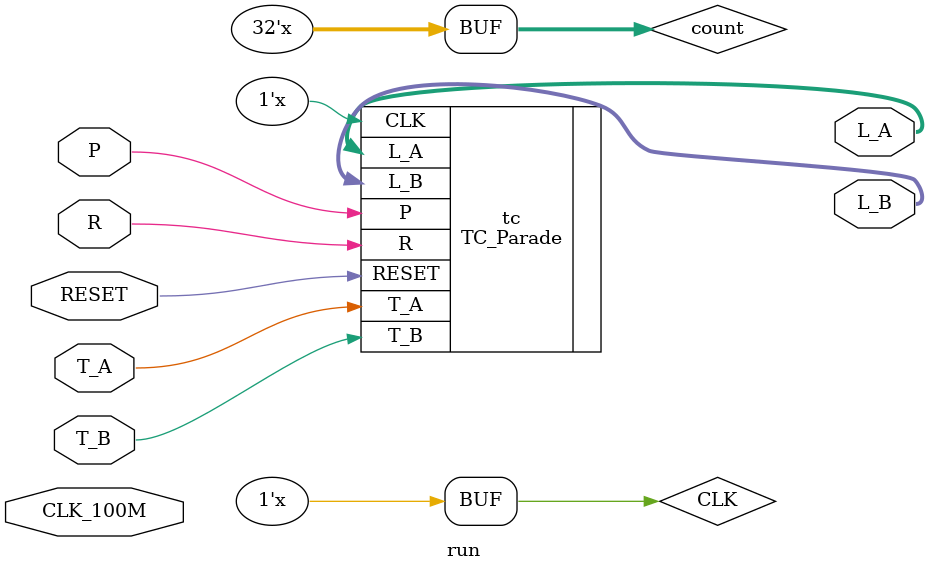
<source format=v>
`timescale 1ns / 1ps
module run(
  input wire CLK_100M,
  input wire RESET,
  input wire P, R,
  input wire T_A, T_B,
  output wire[2:0] L_A,
  output wire[2:0] L_B
);

  reg[31:0] count; // Count of the clock pulse from 100M clock
  reg CLK;         // Inner clock of tick per 5 seconds
  
  // Instance
  TC_Parade tc(
    .CLK(CLK),
    .RESET(RESET),
    .P(P), .R(R),
    .T_A(T_A), .T_B(T_B),
    .L_A(L_A), .L_B(L_B)
  );
  
  // Initialization
  initial begin
    // Init: clock pulse count begins with 0
    count <= 0;
    
    // Init: inner clock begins with low level
    CLK <= 1'b0;
  end
  
  // Clock transformation
  always@(CLK_100M) begin
    count = count + 1;
    if(count == 500000000) CLK = !CLK;
  end

endmodule

</source>
